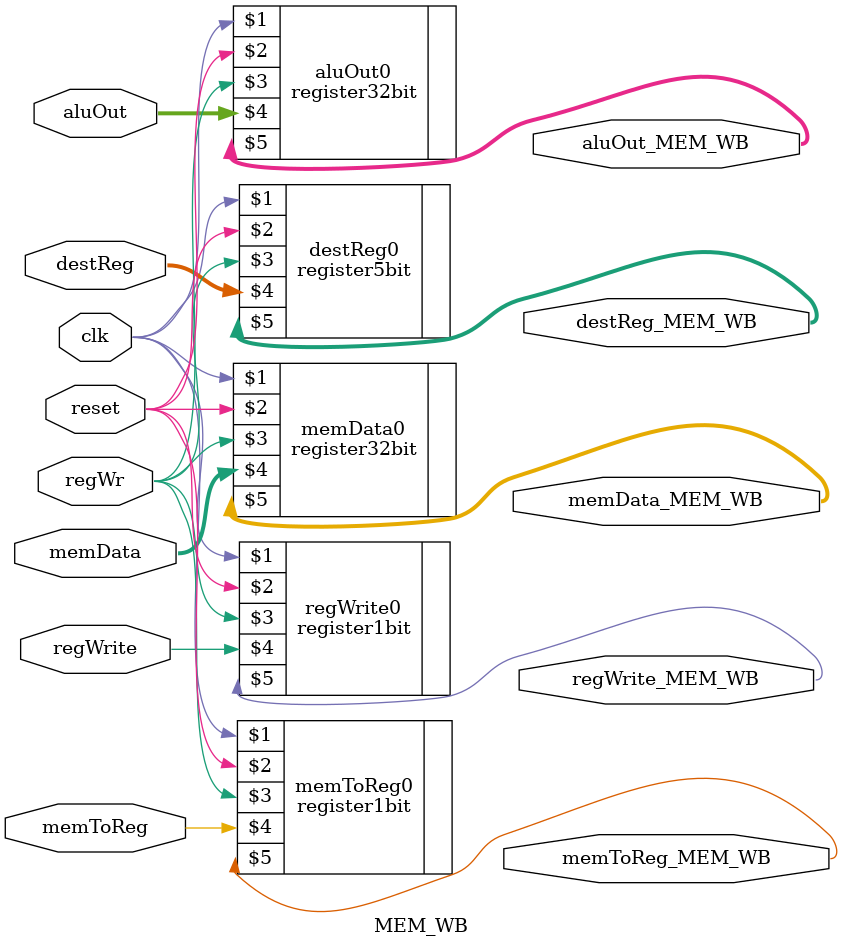
<source format=v>
/*##########################################################################################
Note: Please don’t upload the assignments, template file/solution and lab. manual on GitHub or others public repository. 
Kindly remove them, if you have uploaded the previous assignments. 
It violates the BITS’s Intellectual Property Rights (IPR).
*******************************************************************************************/

module MEM_WB(input clk, input reset, input regWr, input memToReg, input regWrite, input [4:0] destReg, 
				  input [31:0] memData, input [31:0] aluOut, output memToReg_MEM_WB, output regWrite_MEM_WB, 
				  output [4:0] destReg_MEM_WB, output [31:0] memData_MEM_WB, output [31:0] aluOut_MEM_WB);
	
    register1bit memToReg0 (clk, reset, regWr, memToReg, memToReg_MEM_WB);
    register1bit regWrite0 (clk, reset, regWr, regWrite, regWrite_MEM_WB);
    register5bit destReg0 (clk, reset, regWr, destReg, destReg_MEM_WB);
    register32bit memData0 (clk, reset, regWr, memData, memData_MEM_WB);
	register32bit aluOut0 (clk, reset, regWr, aluOut, aluOut_MEM_WB);

endmodule

</source>
